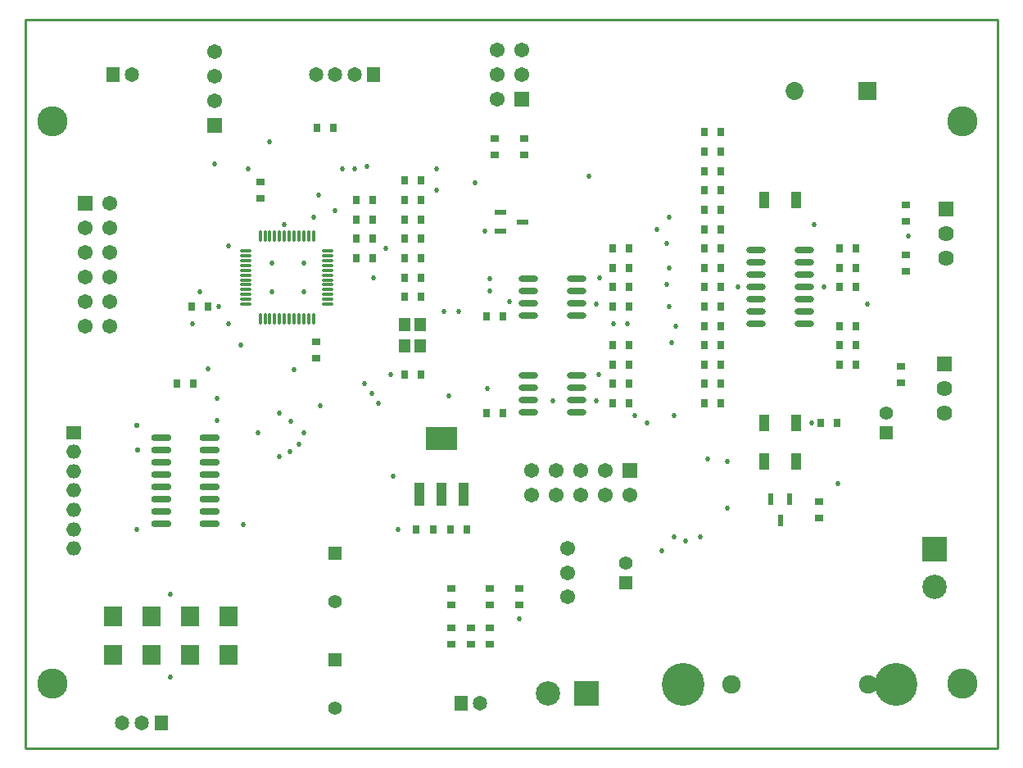
<source format=gts>
G04*
G04 #@! TF.GenerationSoftware,Altium Limited,Altium Designer,20.0.10 (225)*
G04*
G04 Layer_Color=8388736*
%FSLAX25Y25*%
%MOIN*%
G70*
G01*
G75*
%ADD14C,0.01000*%
%ADD37R,0.04331X0.06693*%
%ADD38R,0.03743X0.02956*%
%ADD39R,0.02956X0.03743*%
%ADD40O,0.07953X0.02441*%
%ADD41R,0.02441X0.04606*%
%ADD42R,0.04606X0.02441*%
%ADD43R,0.07779X0.08079*%
%ADD44R,0.04016X0.09528*%
%ADD45R,0.13071X0.09528*%
%ADD46O,0.08268X0.02756*%
%ADD47O,0.01260X0.04803*%
%ADD48O,0.04803X0.01260*%
%ADD49R,0.04803X0.05591*%
%ADD50C,0.17402*%
%ADD51O,0.06079X0.05679*%
%ADD52R,0.06079X0.05679*%
%ADD53C,0.05591*%
%ADD54R,0.05591X0.05591*%
%ADD55C,0.07579*%
%ADD56R,0.05679X0.06079*%
%ADD57O,0.05679X0.06079*%
%ADD58R,0.06378X0.06378*%
%ADD59C,0.06378*%
%ADD60C,0.06079*%
%ADD61R,0.07287X0.07287*%
%ADD62C,0.07287*%
%ADD63R,0.09921X0.09921*%
%ADD64C,0.09921*%
%ADD65R,0.09921X0.09921*%
%ADD66R,0.06079X0.06079*%
%ADD67R,0.06079X0.06079*%
%ADD68C,0.12284*%
%ADD69C,0.02048*%
%ADD70C,0.02279*%
%ADD71C,0.02079*%
D14*
X0Y-148228D02*
Y148228D01*
X395669D01*
X395669Y-148228D01*
X0D02*
X395669D01*
D37*
X300590Y-15748D02*
D03*
X313583D02*
D03*
Y-31496D02*
D03*
X300590D02*
D03*
Y74803D02*
D03*
X313583D02*
D03*
D38*
X95472Y82087D02*
D03*
Y75394D02*
D03*
X188976Y-89961D02*
D03*
Y-83268D02*
D03*
X173228D02*
D03*
Y-89961D02*
D03*
X181102Y-99016D02*
D03*
Y-105709D02*
D03*
X188976D02*
D03*
Y-99016D02*
D03*
X173228Y-105709D02*
D03*
Y-99016D02*
D03*
X322835Y-47835D02*
D03*
Y-54528D02*
D03*
X356299Y591D02*
D03*
Y7283D02*
D03*
X200787Y-83268D02*
D03*
Y-89961D02*
D03*
X358268Y52559D02*
D03*
Y45866D02*
D03*
X358268Y66142D02*
D03*
Y72835D02*
D03*
X118110Y10433D02*
D03*
Y17126D02*
D03*
X190945Y93110D02*
D03*
Y99803D02*
D03*
X202756D02*
D03*
Y93110D02*
D03*
D39*
X134449Y66929D02*
D03*
X141142D02*
D03*
X282874Y7874D02*
D03*
X276181D02*
D03*
Y15748D02*
D03*
X282874D02*
D03*
X276181Y23622D02*
D03*
X282874D02*
D03*
X160827Y51181D02*
D03*
X154134D02*
D03*
X276181Y31496D02*
D03*
X282874D02*
D03*
X160827Y59055D02*
D03*
X154134D02*
D03*
X276181Y-7874D02*
D03*
X282874D02*
D03*
X160827Y43307D02*
D03*
X154134D02*
D03*
X282874Y0D02*
D03*
X276181D02*
D03*
X337992Y15748D02*
D03*
X331299D02*
D03*
X330118Y-15748D02*
D03*
X323425D02*
D03*
X331299Y7874D02*
D03*
X337992D02*
D03*
Y23622D02*
D03*
X331299D02*
D03*
Y47244D02*
D03*
X337992D02*
D03*
X276181Y94488D02*
D03*
X282874D02*
D03*
Y102362D02*
D03*
X276181D02*
D03*
X337992Y55118D02*
D03*
X331299D02*
D03*
X159055Y-59055D02*
D03*
X165748D02*
D03*
X172835D02*
D03*
X179528D02*
D03*
X68307Y0D02*
D03*
X61614D02*
D03*
X245472Y15748D02*
D03*
X238779D02*
D03*
X245472Y-7874D02*
D03*
X238779D02*
D03*
X245472Y0D02*
D03*
X238779D02*
D03*
X187598Y-11811D02*
D03*
X194291D02*
D03*
X245472Y7874D02*
D03*
X238779D02*
D03*
X245472Y55118D02*
D03*
X238779D02*
D03*
X245472Y31496D02*
D03*
X238779D02*
D03*
X245472Y39370D02*
D03*
X238779D02*
D03*
X187598Y27559D02*
D03*
X194291D02*
D03*
X245472Y47244D02*
D03*
X238779D02*
D03*
X276181Y55118D02*
D03*
X282874D02*
D03*
Y39370D02*
D03*
X276181D02*
D03*
Y62992D02*
D03*
X282874D02*
D03*
X160827Y74803D02*
D03*
X154134D02*
D03*
X276181Y47244D02*
D03*
X282874D02*
D03*
X160827Y66929D02*
D03*
X154134D02*
D03*
X276181Y70866D02*
D03*
X282874D02*
D03*
X160827Y82677D02*
D03*
X154134D02*
D03*
X331299Y39370D02*
D03*
X337992D02*
D03*
X282874Y78740D02*
D03*
X276181D02*
D03*
X282874Y86614D02*
D03*
X276181D02*
D03*
X141142Y74803D02*
D03*
X134449D02*
D03*
Y51181D02*
D03*
X141142D02*
D03*
Y59055D02*
D03*
X134449D02*
D03*
X67520Y31496D02*
D03*
X74213D02*
D03*
X160827Y35433D02*
D03*
X154134D02*
D03*
Y3937D02*
D03*
X160827D02*
D03*
X125394Y104331D02*
D03*
X118701D02*
D03*
D40*
X297244Y54370D02*
D03*
Y49370D02*
D03*
Y44370D02*
D03*
Y39370D02*
D03*
Y24370D02*
D03*
Y29370D02*
D03*
Y34370D02*
D03*
X316929Y24370D02*
D03*
Y29370D02*
D03*
Y34370D02*
D03*
Y39370D02*
D03*
Y44370D02*
D03*
Y49370D02*
D03*
Y54370D02*
D03*
X224410Y-11437D02*
D03*
Y-6437D02*
D03*
Y-1437D02*
D03*
Y3563D02*
D03*
X204724Y-11437D02*
D03*
Y-6437D02*
D03*
Y-1437D02*
D03*
Y3563D02*
D03*
X224410Y27933D02*
D03*
Y32933D02*
D03*
Y37933D02*
D03*
Y42933D02*
D03*
X204724Y27933D02*
D03*
Y32933D02*
D03*
Y37933D02*
D03*
Y42933D02*
D03*
D41*
X310827Y-46752D02*
D03*
X303346D02*
D03*
X307087Y-55610D02*
D03*
D42*
X193405Y69685D02*
D03*
Y62205D02*
D03*
X202264Y65945D02*
D03*
D43*
X82677Y-110236D02*
D03*
X66929D02*
D03*
X82677Y-94488D02*
D03*
X66929D02*
D03*
X51181Y-110236D02*
D03*
X35433D02*
D03*
X51181Y-94488D02*
D03*
X35433D02*
D03*
D44*
X160236Y-44882D02*
D03*
X169291D02*
D03*
X178347D02*
D03*
D45*
X169291Y-22047D02*
D03*
D46*
X74803Y-21870D02*
D03*
Y-56870D02*
D03*
Y-51870D02*
D03*
Y-46870D02*
D03*
Y-41870D02*
D03*
Y-26870D02*
D03*
Y-31870D02*
D03*
Y-36870D02*
D03*
X55118Y-56870D02*
D03*
Y-51870D02*
D03*
Y-21870D02*
D03*
Y-26870D02*
D03*
Y-31870D02*
D03*
Y-36870D02*
D03*
Y-41870D02*
D03*
Y-46870D02*
D03*
D47*
X117126Y26575D02*
D03*
X115157D02*
D03*
X113189D02*
D03*
X111221D02*
D03*
X109252D02*
D03*
X107283D02*
D03*
X105315D02*
D03*
X103347D02*
D03*
X101378D02*
D03*
X99409D02*
D03*
X97441D02*
D03*
X95472D02*
D03*
X95472Y60039D02*
D03*
X97441D02*
D03*
X99410D02*
D03*
X101378D02*
D03*
X103347D02*
D03*
X105315D02*
D03*
X107283D02*
D03*
X109252D02*
D03*
X111221D02*
D03*
X113189D02*
D03*
X115157D02*
D03*
X117126D02*
D03*
D48*
X123031Y54134D02*
D03*
Y52165D02*
D03*
Y50197D02*
D03*
Y48228D02*
D03*
Y46260D02*
D03*
Y44291D02*
D03*
Y42323D02*
D03*
Y40354D02*
D03*
Y38386D02*
D03*
Y36417D02*
D03*
Y34449D02*
D03*
Y32480D02*
D03*
X89567Y44291D02*
D03*
Y36417D02*
D03*
Y52165D02*
D03*
Y34449D02*
D03*
Y32480D02*
D03*
Y42323D02*
D03*
Y40354D02*
D03*
Y38386D02*
D03*
Y46260D02*
D03*
Y50197D02*
D03*
Y48228D02*
D03*
Y54134D02*
D03*
D49*
X160630Y24016D02*
D03*
Y15354D02*
D03*
X154331Y24016D02*
D03*
Y15354D02*
D03*
D50*
X354331Y-122047D02*
D03*
X267717D02*
D03*
D51*
X19685Y-66929D02*
D03*
Y-51181D02*
D03*
Y-43307D02*
D03*
Y-27559D02*
D03*
Y-35433D02*
D03*
Y-59055D02*
D03*
D52*
Y-19685D02*
D03*
D53*
X244094Y-72835D02*
D03*
X350394Y-11811D02*
D03*
X125984Y-88583D02*
D03*
Y-131890D02*
D03*
D54*
X244094Y-80709D02*
D03*
X350394Y-19685D02*
D03*
X125984Y-68898D02*
D03*
Y-112205D02*
D03*
D55*
X342791Y-122047D02*
D03*
X287131D02*
D03*
D56*
X177362Y-129921D02*
D03*
X35630Y125984D02*
D03*
X141732D02*
D03*
X55118Y-137795D02*
D03*
D57*
X184843Y-129921D02*
D03*
X43110Y125984D02*
D03*
X118110D02*
D03*
X133858D02*
D03*
X125984D02*
D03*
X39370Y-137795D02*
D03*
X47244D02*
D03*
D58*
X374016Y8032D02*
D03*
X374638Y71024D02*
D03*
D59*
X374016Y-1969D02*
D03*
Y-11969D02*
D03*
X374638Y61024D02*
D03*
Y51024D02*
D03*
D60*
X220472Y-66929D02*
D03*
Y-76772D02*
D03*
Y-86614D02*
D03*
X191850Y115984D02*
D03*
X201850Y125984D02*
D03*
X191850D02*
D03*
X201850Y135984D02*
D03*
X191850D02*
D03*
X76772Y125079D02*
D03*
Y115079D02*
D03*
Y135079D02*
D03*
X34409Y23425D02*
D03*
X24409D02*
D03*
X34409Y33425D02*
D03*
X24409D02*
D03*
X34409Y43425D02*
D03*
X24409D02*
D03*
X34409Y53425D02*
D03*
X24409D02*
D03*
X34409Y63425D02*
D03*
X24409D02*
D03*
X34409Y73425D02*
D03*
X216063Y-35039D02*
D03*
Y-45039D02*
D03*
X246063D02*
D03*
X236063Y-35039D02*
D03*
Y-45039D02*
D03*
X226063Y-35039D02*
D03*
Y-45039D02*
D03*
X206063Y-35039D02*
D03*
Y-45039D02*
D03*
D61*
X342717Y119095D02*
D03*
D62*
X312795D02*
D03*
D63*
X228268Y-125984D02*
D03*
D64*
X212677D02*
D03*
X370079Y-82598D02*
D03*
D65*
Y-67008D02*
D03*
D66*
X201850Y115984D02*
D03*
X76772Y105079D02*
D03*
X24409Y73425D02*
D03*
D67*
X246063Y-35039D02*
D03*
D68*
X11024Y106890D02*
D03*
Y-121850D02*
D03*
X381102D02*
D03*
X381398Y106890D02*
D03*
D69*
X256890Y62992D02*
D03*
X261811Y67913D02*
D03*
X260827Y40354D02*
D03*
X277607Y-30512D02*
D03*
X262795Y16732D02*
D03*
X260827Y57087D02*
D03*
X359252Y60039D02*
D03*
X342520Y32480D02*
D03*
X200787Y-95472D02*
D03*
X149606Y-37402D02*
D03*
X187992Y-1969D02*
D03*
X214567Y-6890D02*
D03*
X232283D02*
D03*
X248031Y-12795D02*
D03*
X196850Y33465D02*
D03*
X232283Y32480D02*
D03*
X245079Y24606D02*
D03*
X90551Y87598D02*
D03*
X100394Y37402D02*
D03*
X113189D02*
D03*
Y49213D02*
D03*
X100394D02*
D03*
X99410Y98425D02*
D03*
X187008Y62008D02*
D03*
X146653Y55118D02*
D03*
X167323Y78740D02*
D03*
Y87598D02*
D03*
X170276Y29528D02*
D03*
X148622Y3937D02*
D03*
X120079Y-8858D02*
D03*
X77756Y-14764D02*
D03*
X67913Y24606D02*
D03*
X77756Y-5906D02*
D03*
X88583Y-57087D02*
D03*
X103347Y-29528D02*
D03*
X125868Y70398D02*
D03*
X78740Y31496D02*
D03*
X70866Y37402D02*
D03*
X76772Y89567D02*
D03*
X261811Y47244D02*
D03*
X264632Y23622D02*
D03*
X263779Y-12795D02*
D03*
X268701Y-63976D02*
D03*
X274606Y-62008D02*
D03*
X151575Y-59055D02*
D03*
X258858Y-67913D02*
D03*
X285433Y-50598D02*
D03*
Y-31496D02*
D03*
X45276Y-59055D02*
D03*
X107599Y-27559D02*
D03*
X74213Y6299D02*
D03*
X330709Y-40354D02*
D03*
X263779Y-62008D02*
D03*
X172244Y-4921D02*
D03*
X252953Y-15748D02*
D03*
X176181Y29528D02*
D03*
X141732Y43307D02*
D03*
X261811Y31496D02*
D03*
X229331Y84646D02*
D03*
X233455Y43120D02*
D03*
X239173Y24606D02*
D03*
X290059Y39370D02*
D03*
X324803Y39370D02*
D03*
X319882Y-15748D02*
D03*
X320866Y64961D02*
D03*
X82677Y24606D02*
D03*
Y56102D02*
D03*
X87598Y15748D02*
D03*
X183071Y81693D02*
D03*
X119095Y76772D02*
D03*
X109252Y5906D02*
D03*
X111221Y-24606D02*
D03*
X108003Y-15203D02*
D03*
X143701Y-7874D02*
D03*
X137795Y0D02*
D03*
X140748Y-3937D02*
D03*
X103230Y-11811D02*
D03*
X113305Y-19685D02*
D03*
X233081Y3750D02*
D03*
X128937Y87598D02*
D03*
X133858D02*
D03*
X138779Y88583D02*
D03*
X117242Y67913D02*
D03*
X188919Y37933D02*
D03*
Y42933D02*
D03*
X105199Y64961D02*
D03*
X94488Y-19685D02*
D03*
D70*
X45276Y-16732D02*
D03*
X45571Y-26870D02*
D03*
D71*
X59055Y-119095D02*
D03*
Y-85630D02*
D03*
M02*

</source>
